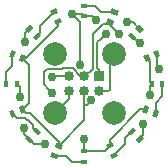
<source format=gtl>
G04 #@! TF.FileFunction,Copper,L1,Top,Signal*
%FSLAX46Y46*%
G04 Gerber Fmt 4.6, Leading zero omitted, Abs format (unit mm)*
G04 Created by KiCad (PCBNEW (2016-04-17 BZR 6697, Git 6120472)-product) date Mon 25 Apr 2016 03:47:36 PM CEST*
%MOMM*%
%LPD*%
G01*
G04 APERTURE LIST*
%ADD10C,0.150000*%
%ADD11C,0.850000*%
%ADD12C,2.000000*%
%ADD13R,0.400000X0.600000*%
%ADD14R,0.600000X0.400000*%
%ADD15C,0.762000*%
%ADD16C,0.203200*%
%ADD17C,0.152400*%
G04 APERTURE END LIST*
D10*
D11*
X73730000Y-62635000D03*
X73730000Y-61365000D03*
X75000000Y-62635000D03*
X75000000Y-61365000D03*
X76270000Y-62635000D03*
D10*
G36*
X76579997Y-60940614D02*
X76592374Y-60942450D01*
X76604511Y-60945490D01*
X76616292Y-60949705D01*
X76627603Y-60955055D01*
X76638335Y-60961488D01*
X76648385Y-60968941D01*
X76657656Y-60977344D01*
X76666059Y-60986615D01*
X76673512Y-60996665D01*
X76679945Y-61007397D01*
X76685295Y-61018708D01*
X76689510Y-61030489D01*
X76692550Y-61042626D01*
X76694386Y-61055003D01*
X76695000Y-61067500D01*
X76695000Y-61662500D01*
X76694386Y-61674997D01*
X76692550Y-61687374D01*
X76689510Y-61699511D01*
X76685295Y-61711292D01*
X76679945Y-61722603D01*
X76673512Y-61733335D01*
X76666059Y-61743385D01*
X76657656Y-61752656D01*
X76648385Y-61761059D01*
X76638335Y-61768512D01*
X76627603Y-61774945D01*
X76616292Y-61780295D01*
X76604511Y-61784510D01*
X76592374Y-61787550D01*
X76579997Y-61789386D01*
X76567500Y-61790000D01*
X75972500Y-61790000D01*
X75960003Y-61789386D01*
X75947626Y-61787550D01*
X75935489Y-61784510D01*
X75923708Y-61780295D01*
X75912397Y-61774945D01*
X75901665Y-61768512D01*
X75891615Y-61761059D01*
X75882344Y-61752656D01*
X75873941Y-61743385D01*
X75866488Y-61733335D01*
X75860055Y-61722603D01*
X75854705Y-61711292D01*
X75850490Y-61699511D01*
X75847450Y-61687374D01*
X75845614Y-61674997D01*
X75845000Y-61662500D01*
X75845000Y-61067500D01*
X75845614Y-61055003D01*
X75847450Y-61042626D01*
X75850490Y-61030489D01*
X75854705Y-61018708D01*
X75860055Y-61007397D01*
X75866488Y-60996665D01*
X75873941Y-60986615D01*
X75882344Y-60977344D01*
X75891615Y-60968941D01*
X75901665Y-60961488D01*
X75912397Y-60955055D01*
X75923708Y-60949705D01*
X75935489Y-60945490D01*
X75947626Y-60942450D01*
X75960003Y-60940614D01*
X75972500Y-60940000D01*
X76567500Y-60940000D01*
X76579997Y-60940614D01*
X76579997Y-60940614D01*
G37*
G36*
X77341581Y-55634673D02*
X77895909Y-55864283D01*
X77742835Y-56233835D01*
X77188507Y-56004225D01*
X77341581Y-55634673D01*
X77341581Y-55634673D01*
G37*
G36*
X76997165Y-56466165D02*
X77551493Y-56695775D01*
X77398419Y-57065327D01*
X76844091Y-56835717D01*
X76997165Y-56466165D01*
X76997165Y-56466165D01*
G37*
G36*
X81205717Y-59134091D02*
X81435327Y-59688419D01*
X81065775Y-59841493D01*
X80836165Y-59287165D01*
X81205717Y-59134091D01*
X81205717Y-59134091D01*
G37*
G36*
X80374225Y-59478507D02*
X80603835Y-60032835D01*
X80234283Y-60185909D01*
X80004673Y-59631581D01*
X80374225Y-59478507D01*
X80374225Y-59478507D01*
G37*
G36*
X81345327Y-64321581D02*
X81115717Y-64875909D01*
X80746165Y-64722835D01*
X80975775Y-64168507D01*
X81345327Y-64321581D01*
X81345327Y-64321581D01*
G37*
G36*
X80513835Y-63977165D02*
X80284225Y-64531493D01*
X79914673Y-64378419D01*
X80144283Y-63824091D01*
X80513835Y-63977165D01*
X80513835Y-63977165D01*
G37*
G36*
X77875909Y-68145717D02*
X77321581Y-68375327D01*
X77168507Y-68005775D01*
X77722835Y-67776165D01*
X77875909Y-68145717D01*
X77875909Y-68145717D01*
G37*
G36*
X77531493Y-67314225D02*
X76977165Y-67543835D01*
X76824091Y-67174283D01*
X77378419Y-66944673D01*
X77531493Y-67314225D01*
X77531493Y-67314225D01*
G37*
G36*
X72688419Y-68415327D02*
X72134091Y-68185717D01*
X72287165Y-67816165D01*
X72841493Y-68045775D01*
X72688419Y-68415327D01*
X72688419Y-68415327D01*
G37*
G36*
X73032835Y-67583835D02*
X72478507Y-67354225D01*
X72631581Y-66984673D01*
X73185909Y-67214283D01*
X73032835Y-67583835D01*
X73032835Y-67583835D01*
G37*
G36*
X68834283Y-64895909D02*
X68604673Y-64341581D01*
X68974225Y-64188507D01*
X69203835Y-64742835D01*
X68834283Y-64895909D01*
X68834283Y-64895909D01*
G37*
G36*
X69665775Y-64551493D02*
X69436165Y-63997165D01*
X69805717Y-63844091D01*
X70035327Y-64398419D01*
X69665775Y-64551493D01*
X69665775Y-64551493D01*
G37*
G36*
X68614673Y-59708419D02*
X68844283Y-59154091D01*
X69213835Y-59307165D01*
X68984225Y-59861493D01*
X68614673Y-59708419D01*
X68614673Y-59708419D01*
G37*
G36*
X69446165Y-60052835D02*
X69675775Y-59498507D01*
X70045327Y-59651581D01*
X69815717Y-60205909D01*
X69446165Y-60052835D01*
X69446165Y-60052835D01*
G37*
G36*
X72074091Y-55844283D02*
X72628419Y-55614673D01*
X72781493Y-55984225D01*
X72227165Y-56213835D01*
X72074091Y-55844283D01*
X72074091Y-55844283D01*
G37*
G36*
X72418507Y-56675775D02*
X72972835Y-56446165D01*
X73125909Y-56815717D01*
X72571581Y-57045327D01*
X72418507Y-56675775D01*
X72418507Y-56675775D01*
G37*
D12*
X77500000Y-64500000D03*
X77500000Y-59500000D03*
X72500000Y-59500000D03*
X72500000Y-64500000D03*
D10*
G36*
X71321751Y-57897487D02*
X70897487Y-58321751D01*
X70614645Y-58038909D01*
X71038909Y-57614645D01*
X71321751Y-57897487D01*
X71321751Y-57897487D01*
G37*
G36*
X70685355Y-57261091D02*
X70261091Y-57685355D01*
X69978249Y-57402513D01*
X70402513Y-56978249D01*
X70685355Y-57261091D01*
X70685355Y-57261091D01*
G37*
D13*
X69300000Y-62000000D03*
X68400000Y-62000000D03*
D10*
G36*
X70897487Y-65678249D02*
X71321751Y-66102513D01*
X71038909Y-66385355D01*
X70614645Y-65961091D01*
X70897487Y-65678249D01*
X70897487Y-65678249D01*
G37*
G36*
X70261091Y-66314645D02*
X70685355Y-66738909D01*
X70402513Y-67021751D01*
X69978249Y-66597487D01*
X70261091Y-66314645D01*
X70261091Y-66314645D01*
G37*
D14*
X75000000Y-67700000D03*
X75000000Y-68600000D03*
D10*
G36*
X78678249Y-66102513D02*
X79102513Y-65678249D01*
X79385355Y-65961091D01*
X78961091Y-66385355D01*
X78678249Y-66102513D01*
X78678249Y-66102513D01*
G37*
G36*
X79314645Y-66738909D02*
X79738909Y-66314645D01*
X80021751Y-66597487D01*
X79597487Y-67021751D01*
X79314645Y-66738909D01*
X79314645Y-66738909D01*
G37*
D13*
X80700000Y-62000000D03*
X81600000Y-62000000D03*
D10*
G36*
X79102513Y-58321751D02*
X78678249Y-57897487D01*
X78961091Y-57614645D01*
X79385355Y-58038909D01*
X79102513Y-58321751D01*
X79102513Y-58321751D01*
G37*
G36*
X79738909Y-57685355D02*
X79314645Y-57261091D01*
X79597487Y-56978249D01*
X80021751Y-57402513D01*
X79738909Y-57685355D01*
X79738909Y-57685355D01*
G37*
D14*
X75000000Y-56300000D03*
X75000000Y-55400000D03*
D15*
X74600000Y-60399998D03*
X76021119Y-56641039D03*
X78600000Y-56800000D03*
X69550000Y-63100000D03*
X73950000Y-56100000D03*
X69950000Y-58500000D03*
X79729395Y-58558005D03*
X81285810Y-60799998D03*
X72300000Y-62800000D03*
X77950000Y-57800000D03*
X80600000Y-62950000D03*
X80000000Y-65450000D03*
X76800000Y-57800000D03*
X74950000Y-66650000D03*
X71700000Y-67100000D03*
X69900000Y-65750000D03*
X72300000Y-61400000D03*
X75600000Y-63400000D03*
D16*
X73730000Y-62635000D02*
X73730000Y-63270000D01*
X73730000Y-63270000D02*
X72500000Y-64500000D01*
X76270000Y-62635000D02*
X77015000Y-62635000D01*
X77015000Y-62635000D02*
X77150000Y-62500000D01*
X77150000Y-62500000D02*
X77150000Y-59850000D01*
X77150000Y-59850000D02*
X77500000Y-59500000D01*
D17*
X73950000Y-56100000D02*
X74600000Y-56750000D01*
X74600000Y-59861183D02*
X74600000Y-60399998D01*
X74600000Y-56750000D02*
X74600000Y-59861183D01*
D16*
X75000000Y-56300000D02*
X75680080Y-56300000D01*
X75680080Y-56300000D02*
X76021119Y-56641039D01*
X79136396Y-56800000D02*
X78600000Y-56800000D01*
X79668198Y-57331802D02*
X79136396Y-56800000D01*
X69550000Y-63100000D02*
X69550000Y-62250000D01*
X69550000Y-62250000D02*
X69300000Y-62000000D01*
X73950000Y-56100000D02*
X74800000Y-56100000D01*
X74800000Y-56100000D02*
X75000000Y-56300000D01*
X70331802Y-57331802D02*
X69950000Y-57713604D01*
X69950000Y-57713604D02*
X69950000Y-58500000D01*
X75000000Y-55400000D02*
X75900000Y-55400000D01*
X75900000Y-55400000D02*
X76434254Y-55934254D01*
X76434254Y-55934254D02*
X77542208Y-55934254D01*
X79031802Y-57968198D02*
X79621609Y-58558005D01*
X79621609Y-58558005D02*
X79729395Y-58558005D01*
X81135746Y-59487792D02*
X81135746Y-60649934D01*
X81135746Y-60649934D02*
X81285810Y-60799998D01*
D17*
X71543319Y-61045594D02*
X71543319Y-62043319D01*
D16*
X75745067Y-60717730D02*
X75097797Y-61365000D01*
D17*
X71919001Y-62419001D02*
X72300000Y-62800000D01*
X71543319Y-62043319D02*
X71919001Y-62419001D01*
X73089729Y-60728601D02*
X71860312Y-60728601D01*
X75000000Y-61365000D02*
X74662790Y-61365000D01*
D16*
X76974009Y-56989529D02*
X76570669Y-56989529D01*
D17*
X73106931Y-60711399D02*
X73089729Y-60728601D01*
X74662790Y-61365000D02*
X74009189Y-60711399D01*
D16*
X75745067Y-57815131D02*
X75745067Y-60717730D01*
X76570669Y-56989529D02*
X75745067Y-57815131D01*
X77197792Y-56765746D02*
X76974009Y-56989529D01*
D17*
X71860312Y-60728601D02*
X71543319Y-61045594D01*
X74009189Y-60711399D02*
X73106931Y-60711399D01*
D16*
X75097797Y-61365000D02*
X75000000Y-61365000D01*
X80304254Y-59832208D02*
X80600000Y-60127954D01*
X80600000Y-60127954D02*
X80600000Y-61900000D01*
X80600000Y-61900000D02*
X80700000Y-62000000D01*
X77197792Y-56765746D02*
X77197792Y-57047792D01*
X77197792Y-57047792D02*
X77950000Y-57800000D01*
X80600000Y-62950000D02*
X80600000Y-62100000D01*
X80600000Y-62100000D02*
X80700000Y-62000000D01*
X79668198Y-66668198D02*
X80000000Y-66336396D01*
X80000000Y-66336396D02*
X80000000Y-65450000D01*
X81045746Y-63604254D02*
X81600000Y-63050000D01*
X81600000Y-63050000D02*
X81600000Y-62000000D01*
X81045746Y-64522208D02*
X81045746Y-63604254D01*
X78450000Y-67147954D02*
X78450000Y-66613604D01*
X78450000Y-66613604D02*
X79031802Y-66031802D01*
X77522208Y-68075746D02*
X78450000Y-67147954D01*
X76270000Y-61365000D02*
X76270000Y-60840000D01*
X76270000Y-60840000D02*
X76100678Y-60670678D01*
X76100678Y-60670678D02*
X76100678Y-58499322D01*
X76100678Y-58499322D02*
X76419001Y-58180999D01*
X76419001Y-58180999D02*
X76800000Y-57800000D01*
X80214254Y-64177792D02*
X79753314Y-64177792D01*
X79753314Y-64177792D02*
X77177792Y-66753314D01*
X77177792Y-66753314D02*
X77177792Y-67244254D01*
X75000000Y-67700000D02*
X76722046Y-67700000D01*
X76722046Y-67700000D02*
X77177792Y-67244254D01*
X74950000Y-66650000D02*
X74950000Y-67650000D01*
X74950000Y-67650000D02*
X75000000Y-67700000D01*
X70331802Y-66668198D02*
X70763604Y-67100000D01*
X70763604Y-67100000D02*
X71700000Y-67100000D01*
X69900000Y-65750000D02*
X69900000Y-66236396D01*
X69900000Y-66236396D02*
X70331802Y-66668198D01*
X73465746Y-68115746D02*
X73950000Y-68600000D01*
X73950000Y-68600000D02*
X75000000Y-68600000D01*
X72487792Y-68115746D02*
X73465746Y-68115746D01*
X69945479Y-64904521D02*
X70105157Y-65064199D01*
X70105157Y-65064199D02*
X70229185Y-65064199D01*
X70229185Y-65064199D02*
X70685356Y-65520370D01*
X70685356Y-65748960D02*
X70968198Y-66031802D01*
X70685356Y-65520370D02*
X70685356Y-65748960D01*
X68904254Y-64542208D02*
X69266567Y-64904521D01*
X69266567Y-64904521D02*
X69945479Y-64904521D01*
X68914254Y-60485746D02*
X68400000Y-61000000D01*
X68400000Y-61000000D02*
X68400000Y-62000000D01*
X68914254Y-59507792D02*
X68914254Y-60485746D01*
X71251040Y-57048960D02*
X71293086Y-57048960D01*
X71293086Y-57048960D02*
X72427792Y-55914254D01*
X70968198Y-57968198D02*
X71251040Y-57685356D01*
X71251040Y-57685356D02*
X71251040Y-57048960D01*
D17*
X72335000Y-61365000D02*
X72300000Y-61400000D01*
X73730000Y-61365000D02*
X72335000Y-61365000D01*
X75200000Y-63800000D02*
X75219001Y-63780999D01*
X75000000Y-63800000D02*
X75200000Y-63800000D01*
X75219001Y-63780999D02*
X75600000Y-63400000D01*
D16*
X75000000Y-62635000D02*
X75000000Y-63800000D01*
X75000000Y-63800000D02*
X75000000Y-65116462D01*
X69745746Y-59852208D02*
X70300000Y-60406462D01*
X70300000Y-60406462D02*
X70300000Y-63633538D01*
X70300000Y-63633538D02*
X69735746Y-64197792D01*
X69745746Y-59852208D02*
X70062224Y-59852208D01*
X70062224Y-59852208D02*
X72772208Y-57142224D01*
X72772208Y-57142224D02*
X72772208Y-56745746D01*
X69735746Y-64197792D02*
X70036066Y-64498112D01*
X70036066Y-64498112D02*
X70362544Y-64498112D01*
X70362544Y-64498112D02*
X72832208Y-66967776D01*
X72832208Y-66967776D02*
X72832208Y-67284254D01*
X75000000Y-65116462D02*
X72832208Y-67284254D01*
M02*

</source>
